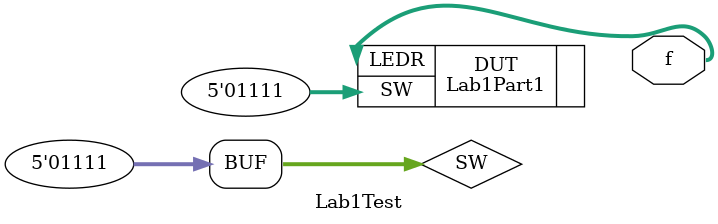
<source format=v>
/*
Author: Fritz Geib
Program Name: Lab1Test
Creation Date: 1/13/2026
Last Updated: 1/13/2026 4:30pm
Function: test Lab1Part1 In Bench Waveform sim
Method: simple boolean switch inputs to view possible outputs
*/

module Lab1Test(
output [2:0] f);

	reg [4:0] SW;
	
	Lab1Part1 DUT(.SW (SW), .LEDR (f));
	
	initial
	begin
	
		SW[0] = 1'b0; SW[1] = 1'b0;
		SW[2] = 1'b0; SW[3] = 1'b0;
		SW[4] = 1'b0;
		
		#10;
		
		SW[0] = 1'b1;
		SW[2] = 1'b1;
		SW[4] = 1'b1;
		
		#10;
		
		SW[1] = 1'b1;
		SW[3] = 1'b1;
		SW[4] = 1'b0;
		
		#10;
	end
endmodule

</source>
